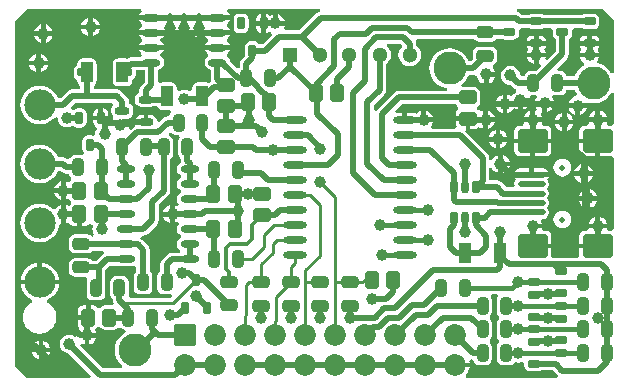
<source format=gtl>
%FSLAX44Y44*%
%MOMM*%
G71*
G01*
G75*
G04 Layer_Physical_Order=1*
G04 Layer_Color=191*
G04:AMPARAMS|DCode=10|XSize=1.05mm|YSize=0.65mm|CornerRadius=0.2015mm|HoleSize=0mm|Usage=FLASHONLY|Rotation=180.000|XOffset=0mm|YOffset=0mm|HoleType=Round|Shape=RoundedRectangle|*
%AMROUNDEDRECTD10*
21,1,1.0500,0.2470,0,0,180.0*
21,1,0.6470,0.6500,0,0,180.0*
1,1,0.4030,-0.3235,0.1235*
1,1,0.4030,0.3235,0.1235*
1,1,0.4030,0.3235,-0.1235*
1,1,0.4030,-0.3235,-0.1235*
%
%ADD10ROUNDEDRECTD10*%
G04:AMPARAMS|DCode=11|XSize=1.45mm|YSize=0.95mm|CornerRadius=0.1995mm|HoleSize=0mm|Usage=FLASHONLY|Rotation=90.000|XOffset=0mm|YOffset=0mm|HoleType=Round|Shape=RoundedRectangle|*
%AMROUNDEDRECTD11*
21,1,1.4500,0.5510,0,0,90.0*
21,1,1.0510,0.9500,0,0,90.0*
1,1,0.3990,0.2755,0.5255*
1,1,0.3990,0.2755,-0.5255*
1,1,0.3990,-0.2755,-0.5255*
1,1,0.3990,-0.2755,0.5255*
%
%ADD11ROUNDEDRECTD11*%
G04:AMPARAMS|DCode=12|XSize=1.45mm|YSize=1.15mm|CornerRadius=0.2013mm|HoleSize=0mm|Usage=FLASHONLY|Rotation=270.000|XOffset=0mm|YOffset=0mm|HoleType=Round|Shape=RoundedRectangle|*
%AMROUNDEDRECTD12*
21,1,1.4500,0.7475,0,0,270.0*
21,1,1.0475,1.1500,0,0,270.0*
1,1,0.4025,-0.3738,-0.5238*
1,1,0.4025,-0.3738,0.5238*
1,1,0.4025,0.3738,0.5238*
1,1,0.4025,0.3738,-0.5238*
%
%ADD12ROUNDEDRECTD12*%
G04:AMPARAMS|DCode=13|XSize=1.45mm|YSize=0.95mm|CornerRadius=0.1995mm|HoleSize=0mm|Usage=FLASHONLY|Rotation=0.000|XOffset=0mm|YOffset=0mm|HoleType=Round|Shape=RoundedRectangle|*
%AMROUNDEDRECTD13*
21,1,1.4500,0.5510,0,0,0.0*
21,1,1.0510,0.9500,0,0,0.0*
1,1,0.3990,0.5255,-0.2755*
1,1,0.3990,-0.5255,-0.2755*
1,1,0.3990,-0.5255,0.2755*
1,1,0.3990,0.5255,0.2755*
%
%ADD13ROUNDEDRECTD13*%
G04:AMPARAMS|DCode=14|XSize=1.1mm|YSize=0.7mm|CornerRadius=0.2345mm|HoleSize=0mm|Usage=FLASHONLY|Rotation=270.000|XOffset=0mm|YOffset=0mm|HoleType=Round|Shape=RoundedRectangle|*
%AMROUNDEDRECTD14*
21,1,1.1000,0.2310,0,0,270.0*
21,1,0.6310,0.7000,0,0,270.0*
1,1,0.4690,-0.1155,-0.3155*
1,1,0.4690,-0.1155,0.3155*
1,1,0.4690,0.1155,0.3155*
1,1,0.4690,0.1155,-0.3155*
%
%ADD14ROUNDEDRECTD14*%
G04:AMPARAMS|DCode=15|XSize=1.1mm|YSize=0.6mm|CornerRadius=0.201mm|HoleSize=0mm|Usage=FLASHONLY|Rotation=270.000|XOffset=0mm|YOffset=0mm|HoleType=Round|Shape=RoundedRectangle|*
%AMROUNDEDRECTD15*
21,1,1.1000,0.1980,0,0,270.0*
21,1,0.6980,0.6000,0,0,270.0*
1,1,0.4020,-0.0990,-0.3490*
1,1,0.4020,-0.0990,0.3490*
1,1,0.4020,0.0990,0.3490*
1,1,0.4020,0.0990,-0.3490*
%
%ADD15ROUNDEDRECTD15*%
G04:AMPARAMS|DCode=16|XSize=2.3mm|YSize=0.5mm|CornerRadius=0.2mm|HoleSize=0mm|Usage=FLASHONLY|Rotation=180.000|XOffset=0mm|YOffset=0mm|HoleType=Round|Shape=RoundedRectangle|*
%AMROUNDEDRECTD16*
21,1,2.3000,0.1000,0,0,180.0*
21,1,1.9000,0.5000,0,0,180.0*
1,1,0.4000,-0.9500,0.0500*
1,1,0.4000,0.9500,0.0500*
1,1,0.4000,0.9500,-0.0500*
1,1,0.4000,-0.9500,-0.0500*
%
%ADD16ROUNDEDRECTD16*%
G04:AMPARAMS|DCode=17|XSize=2.5mm|YSize=2mm|CornerRadius=0.2mm|HoleSize=0mm|Usage=FLASHONLY|Rotation=180.000|XOffset=0mm|YOffset=0mm|HoleType=Round|Shape=RoundedRectangle|*
%AMROUNDEDRECTD17*
21,1,2.5000,1.6000,0,0,180.0*
21,1,2.1000,2.0000,0,0,180.0*
1,1,0.4000,-1.0500,0.8000*
1,1,0.4000,1.0500,0.8000*
1,1,0.4000,1.0500,-0.8000*
1,1,0.4000,-1.0500,-0.8000*
%
%ADD17ROUNDEDRECTD17*%
G04:AMPARAMS|DCode=18|XSize=1.45mm|YSize=1.15mm|CornerRadius=0.2013mm|HoleSize=0mm|Usage=FLASHONLY|Rotation=0.000|XOffset=0mm|YOffset=0mm|HoleType=Round|Shape=RoundedRectangle|*
%AMROUNDEDRECTD18*
21,1,1.4500,0.7475,0,0,0.0*
21,1,1.0475,1.1500,0,0,0.0*
1,1,0.4025,0.5238,-0.3738*
1,1,0.4025,-0.5238,-0.3738*
1,1,0.4025,-0.5238,0.3738*
1,1,0.4025,0.5238,0.3738*
%
%ADD18ROUNDEDRECTD18*%
G04:AMPARAMS|DCode=19|XSize=1.75mm|YSize=1.05mm|CornerRadius=0.1995mm|HoleSize=0mm|Usage=FLASHONLY|Rotation=270.000|XOffset=0mm|YOffset=0mm|HoleType=Round|Shape=RoundedRectangle|*
%AMROUNDEDRECTD19*
21,1,1.7500,0.6510,0,0,270.0*
21,1,1.3510,1.0500,0,0,270.0*
1,1,0.3990,-0.3255,-0.6755*
1,1,0.3990,-0.3255,0.6755*
1,1,0.3990,0.3255,0.6755*
1,1,0.3990,0.3255,-0.6755*
%
%ADD19ROUNDEDRECTD19*%
G04:AMPARAMS|DCode=20|XSize=1.05mm|YSize=0.65mm|CornerRadius=0.2015mm|HoleSize=0mm|Usage=FLASHONLY|Rotation=90.000|XOffset=0mm|YOffset=0mm|HoleType=Round|Shape=RoundedRectangle|*
%AMROUNDEDRECTD20*
21,1,1.0500,0.2470,0,0,90.0*
21,1,0.6470,0.6500,0,0,90.0*
1,1,0.4030,0.1235,0.3235*
1,1,0.4030,0.1235,-0.3235*
1,1,0.4030,-0.1235,-0.3235*
1,1,0.4030,-0.1235,0.3235*
%
%ADD20ROUNDEDRECTD20*%
%ADD21O,1.5500X0.6000*%
G04:AMPARAMS|DCode=22|XSize=1.25mm|YSize=0.6mm|CornerRadius=0.201mm|HoleSize=0mm|Usage=FLASHONLY|Rotation=180.000|XOffset=0mm|YOffset=0mm|HoleType=Round|Shape=RoundedRectangle|*
%AMROUNDEDRECTD22*
21,1,1.2500,0.1980,0,0,180.0*
21,1,0.8480,0.6000,0,0,180.0*
1,1,0.4020,-0.4240,0.0990*
1,1,0.4020,0.4240,0.0990*
1,1,0.4020,0.4240,-0.0990*
1,1,0.4020,-0.4240,-0.0990*
%
%ADD22ROUNDEDRECTD22*%
G04:AMPARAMS|DCode=23|XSize=1mm|YSize=0.75mm|CornerRadius=0.1988mm|HoleSize=0mm|Usage=FLASHONLY|Rotation=180.000|XOffset=0mm|YOffset=0mm|HoleType=Round|Shape=RoundedRectangle|*
%AMROUNDEDRECTD23*
21,1,1.0000,0.3525,0,0,180.0*
21,1,0.6025,0.7500,0,0,180.0*
1,1,0.3975,-0.3013,0.1762*
1,1,0.3975,0.3013,0.1762*
1,1,0.3975,0.3013,-0.1762*
1,1,0.3975,-0.3013,-0.1762*
%
%ADD23ROUNDEDRECTD23*%
%ADD24O,2.0000X0.6000*%
%ADD25C,0.5000*%
%ADD26C,0.2500*%
%ADD27C,0.4000*%
%ADD28C,0.3000*%
%ADD29C,2.8000*%
%ADD30C,0.5000*%
%ADD31C,1.8500*%
G04:AMPARAMS|DCode=32|XSize=1.85mm|YSize=1.85mm|CornerRadius=0.2035mm|HoleSize=0mm|Usage=FLASHONLY|Rotation=0.000|XOffset=0mm|YOffset=0mm|HoleType=Round|Shape=RoundedRectangle|*
%AMROUNDEDRECTD32*
21,1,1.8500,1.4430,0,0,0.0*
21,1,1.4430,1.8500,0,0,0.0*
1,1,0.4070,0.7215,-0.7215*
1,1,0.4070,-0.7215,-0.7215*
1,1,0.4070,-0.7215,0.7215*
1,1,0.4070,0.7215,0.7215*
%
%ADD32ROUNDEDRECTD32*%
%ADD33C,2.6500*%
%ADD34C,1.3000*%
%ADD35R,1.3000X1.3000*%
%ADD36C,1.0000*%
G36*
X459223Y298092D02*
X459152Y297735D01*
Y295265D01*
X459541Y293308D01*
X460649Y291649D01*
X461892Y290819D01*
Y280323D01*
X454524Y272955D01*
X452828Y274087D01*
X453294Y275212D01*
X453306Y275300D01*
X447500D01*
Y269494D01*
X447588Y269506D01*
X448713Y269972D01*
X449846Y268276D01*
X445417Y263848D01*
X440245D01*
X438296Y263460D01*
X436644Y262356D01*
X435540Y260704D01*
X435222Y259108D01*
X433242D01*
X431569Y260000D01*
X431294Y262088D01*
X430488Y264035D01*
X429206Y265706D01*
X427534Y266988D01*
X425588Y267794D01*
X423500Y268069D01*
X421412Y267794D01*
X419465Y266988D01*
X417794Y265706D01*
X416512Y264035D01*
X415706Y262088D01*
X415431Y260000D01*
X415706Y257912D01*
X416512Y255965D01*
X417794Y254294D01*
X419465Y253012D01*
X421412Y252206D01*
X423500Y251931D01*
X423622Y251947D01*
X426035Y249535D01*
X427854Y248319D01*
X428201Y248250D01*
X428405Y246170D01*
X427966Y245988D01*
X426294Y244706D01*
X425012Y243034D01*
X424243Y242829D01*
X422858Y243061D01*
X421088Y243794D01*
X421000Y243806D01*
Y236000D01*
Y228194D01*
X421088Y228206D01*
X423035Y229012D01*
X424706Y230294D01*
X425988Y231966D01*
X426757Y232172D01*
X428142Y231939D01*
X429912Y231206D01*
X430000Y231194D01*
Y239000D01*
X432000D01*
Y241000D01*
X439806D01*
X439794Y241088D01*
X439743Y241213D01*
X439845Y241606D01*
X441104Y243152D01*
X445000D01*
X445998Y241455D01*
X446032Y241213D01*
X445512Y240535D01*
X444706Y238589D01*
X444694Y238500D01*
X460306D01*
X460294Y238589D01*
X459488Y240535D01*
X458828Y241395D01*
X459956Y243210D01*
X460245Y243152D01*
X465755D01*
X467704Y243540D01*
X469356Y244644D01*
X470460Y246296D01*
X470778Y247892D01*
X477936D01*
X478218Y246963D01*
X479555Y244462D01*
X479111Y243043D01*
X478597Y242318D01*
X478412Y242294D01*
X476465Y241488D01*
X474794Y240206D01*
X473512Y238535D01*
X472706Y236588D01*
X472694Y236500D01*
X489836D01*
X490266Y236868D01*
X490667Y236746D01*
X494000Y236418D01*
X497333Y236746D01*
X500537Y237718D01*
X503490Y239297D01*
X506079Y241421D01*
X508203Y244010D01*
X508922Y245353D01*
X510922Y244852D01*
Y218784D01*
X508922Y217415D01*
X508000Y217598D01*
X506234D01*
X504957Y219598D01*
X505294Y220412D01*
X505306Y220500D01*
X489694D01*
X489706Y220412D01*
X490043Y219598D01*
X488766Y217598D01*
X487000D01*
X485049Y217210D01*
X483395Y216105D01*
X482290Y214451D01*
X481902Y212500D01*
Y206500D01*
X497500D01*
Y204500D01*
X499500D01*
Y191402D01*
X508000D01*
X508922Y191585D01*
X510922Y190217D01*
Y129784D01*
X508922Y128415D01*
X508000Y128598D01*
X506343D01*
X505428Y129967D01*
X505336Y130500D01*
X489664D01*
X489572Y129967D01*
X488657Y128598D01*
X487000D01*
X485049Y128210D01*
X483395Y127105D01*
X482290Y125451D01*
X481902Y123500D01*
Y117500D01*
X497500D01*
Y113500D01*
X481902D01*
Y107500D01*
X481971Y107154D01*
X480702Y105608D01*
X459298D01*
X458029Y107154D01*
X458098Y107500D01*
Y113500D01*
X442500D01*
Y117500D01*
X458098D01*
Y123500D01*
X457710Y125451D01*
X456605Y127105D01*
X454951Y128210D01*
X453000Y128598D01*
X451343D01*
X450428Y129967D01*
X450336Y130500D01*
X442500D01*
Y134500D01*
X450306D01*
X450294Y134588D01*
X449488Y136535D01*
X450576Y138402D01*
X451000D01*
X452951Y138790D01*
X454605Y139895D01*
X455710Y141549D01*
X456098Y143500D01*
Y144500D01*
X455710Y146451D01*
X454675Y148000D01*
X455710Y149549D01*
X456098Y151500D01*
Y152500D01*
X455710Y154451D01*
X454675Y156000D01*
X455710Y157549D01*
X456098Y159500D01*
Y160500D01*
X455710Y162451D01*
X454675Y164000D01*
X455710Y165549D01*
X456098Y167500D01*
Y168500D01*
X455710Y170451D01*
X454675Y172000D01*
X455710Y173549D01*
X455800Y174000D01*
X427200D01*
X427290Y173549D01*
X428325Y172000D01*
X427290Y170451D01*
X426902Y168500D01*
Y167500D01*
X426971Y167154D01*
X425702Y165608D01*
X419823D01*
X415965Y169465D01*
X414146Y170681D01*
X412000Y171108D01*
X405608D01*
Y181544D01*
X407608Y181942D01*
X408012Y180965D01*
X409294Y179294D01*
X410965Y178012D01*
X412912Y177206D01*
X413000Y177194D01*
Y185000D01*
Y192806D01*
X412912Y192794D01*
X410965Y191988D01*
X409294Y190706D01*
X408012Y189035D01*
X407608Y188058D01*
X405608Y188456D01*
Y190000D01*
X405181Y192146D01*
X403965Y193965D01*
X385279Y212652D01*
X385500Y213186D01*
Y221500D01*
X377152D01*
Y219762D01*
X377541Y217807D01*
X378041Y217058D01*
X376972Y215058D01*
X356728D01*
X356158Y216025D01*
X355908Y217058D01*
X356988Y218465D01*
X357794Y220412D01*
X357806Y220500D01*
X350000D01*
Y222500D01*
X348000D01*
Y230306D01*
X347911Y230294D01*
X345965Y229488D01*
X344294Y228206D01*
X343766Y227518D01*
X343341Y227802D01*
X341000Y228267D01*
X336000D01*
Y222150D01*
X332000D01*
Y228267D01*
X327000D01*
X326409Y228150D01*
X325424Y229993D01*
X331323Y235892D01*
X377524D01*
X377541Y235807D01*
X378649Y234149D01*
X379381Y233659D01*
Y231341D01*
X378649Y230851D01*
X377541Y229193D01*
X377152Y227237D01*
Y225500D01*
X387500D01*
Y223500D01*
X389500D01*
Y214652D01*
X392738D01*
X394693Y215041D01*
X396351Y216149D01*
X398377Y215580D01*
X398465Y215512D01*
X400412Y214706D01*
X400500Y214694D01*
Y222500D01*
Y230306D01*
X400412Y230294D01*
X399264Y229819D01*
X398405Y229521D01*
X396557Y230544D01*
X396351Y230851D01*
X395619Y231341D01*
Y233659D01*
X396351Y234149D01*
X397459Y235807D01*
X397848Y237763D01*
Y245238D01*
X397459Y247193D01*
X396351Y248851D01*
X394693Y249959D01*
X392738Y250348D01*
X382878D01*
X382071Y252239D01*
X382068Y252271D01*
X384079Y253921D01*
X386203Y256510D01*
X387782Y259463D01*
X388064Y260392D01*
X391500D01*
X392956Y260682D01*
X394777Y259754D01*
X395140Y259412D01*
X395206Y258912D01*
X396012Y256966D01*
X397294Y255294D01*
X398965Y254012D01*
X400911Y253206D01*
X401000Y253194D01*
Y261000D01*
X403000D01*
Y263000D01*
X410806D01*
X410794Y263088D01*
X409988Y265035D01*
X408706Y266706D01*
X408503Y266861D01*
X409002Y269000D01*
X409204Y269040D01*
X410856Y270144D01*
X411960Y271796D01*
X412348Y273745D01*
Y279255D01*
X411960Y281204D01*
X410856Y282856D01*
X409204Y283960D01*
X407255Y284348D01*
X396745D01*
X394796Y283960D01*
X393144Y282856D01*
X392040Y281204D01*
X391652Y279255D01*
Y274083D01*
X389927Y272357D01*
X388575Y272470D01*
X387658Y272769D01*
X386203Y275490D01*
X384079Y278079D01*
X381490Y280203D01*
X378537Y281782D01*
X375333Y282754D01*
X372000Y283082D01*
X368667Y282754D01*
X365463Y281782D01*
X362510Y280203D01*
X359921Y278079D01*
X357797Y275490D01*
X356218Y272537D01*
X355246Y269333D01*
X354918Y266000D01*
X355246Y262667D01*
X356218Y259463D01*
X357797Y256510D01*
X359921Y253921D01*
X362510Y251797D01*
X365463Y250218D01*
X368667Y249246D01*
X370071Y249108D01*
X369973Y247108D01*
X329000D01*
X326854Y246681D01*
X325035Y245465D01*
X311035Y231465D01*
X310108Y230078D01*
X308108Y230513D01*
Y235177D01*
X316715Y243785D01*
X317931Y245604D01*
X318358Y247750D01*
Y269828D01*
X319525Y270725D01*
X321048Y272709D01*
X322006Y275020D01*
X322332Y277500D01*
X322006Y279980D01*
X321048Y282291D01*
X319525Y284275D01*
X318722Y284892D01*
X319401Y286892D01*
X330175D01*
X331552Y285462D01*
X331474Y284275D01*
X329952Y282291D01*
X328994Y279980D01*
X328668Y277500D01*
X328994Y275020D01*
X329952Y272709D01*
X331474Y270725D01*
X333459Y269202D01*
X335770Y268244D01*
X338250Y267918D01*
X340730Y268244D01*
X343041Y269202D01*
X345025Y270725D01*
X346548Y272709D01*
X347505Y275020D01*
X347832Y277500D01*
X347505Y279980D01*
X346548Y282291D01*
X345025Y284275D01*
X343858Y285172D01*
Y286750D01*
X343431Y288896D01*
X344502Y290892D01*
X392644D01*
X393144Y290144D01*
X394796Y289040D01*
X396745Y288652D01*
X407255D01*
X409204Y289040D01*
X410856Y290144D01*
X411356Y290892D01*
X416782D01*
X417308Y290541D01*
X419265Y290152D01*
X425735D01*
X427692Y290541D01*
X429351Y291649D01*
X430459Y293308D01*
X430848Y295265D01*
Y297735D01*
X430775Y298103D01*
X432414Y300092D01*
X439782D01*
X440308Y299741D01*
X442265Y299352D01*
X448735D01*
X450692Y299741D01*
X451217Y300092D01*
X457586D01*
X459223Y298092D01*
D02*
G37*
G36*
X510922Y306831D02*
Y262148D01*
X508922Y261647D01*
X508203Y262990D01*
X506079Y265579D01*
X503490Y267703D01*
X500537Y269282D01*
X497531Y270194D01*
X497463Y270266D01*
X497179Y270811D01*
X496762Y272320D01*
X497488Y273265D01*
X498294Y275212D01*
X498306Y275300D01*
X482694D01*
X482706Y275212D01*
X483512Y273265D01*
X484794Y271594D01*
X485924Y270727D01*
X486009Y268944D01*
X485831Y268410D01*
X484510Y267703D01*
X481921Y265579D01*
X479797Y262990D01*
X478218Y260037D01*
X477936Y259108D01*
X470778D01*
X470460Y260704D01*
X469356Y262356D01*
X467704Y263460D01*
X465755Y263848D01*
X463891D01*
X463126Y265696D01*
X471465Y274035D01*
X472681Y275854D01*
X473108Y278000D01*
Y290819D01*
X474351Y291649D01*
X475459Y293308D01*
X475848Y295265D01*
Y297735D01*
X475777Y298092D01*
X477414Y300092D01*
X484782D01*
X485308Y299741D01*
X487265Y299352D01*
X493735D01*
X495692Y299741D01*
X497351Y300849D01*
X498459Y302508D01*
X498848Y304465D01*
Y306935D01*
X498459Y308892D01*
X497351Y310551D01*
X495692Y311659D01*
X493735Y312048D01*
X487265D01*
X485308Y311659D01*
X484782Y311308D01*
X451217D01*
X450692Y311659D01*
X448735Y312048D01*
X442265D01*
X440308Y311659D01*
X439782Y311308D01*
X433123D01*
X431965Y312465D01*
X430146Y313681D01*
X428835Y313942D01*
X429032Y315942D01*
X501811D01*
X510922Y306831D01*
D02*
G37*
G36*
X76649Y46149D02*
X78307Y45041D01*
X80262Y44652D01*
X87738D01*
X89693Y45041D01*
X91351Y46149D01*
X93622Y46144D01*
X93720Y46093D01*
X95296Y45040D01*
X97245Y44652D01*
X97284D01*
X97785Y42652D01*
X96010Y41703D01*
X93421Y39579D01*
X91297Y36990D01*
X89718Y34037D01*
X88746Y30833D01*
X88418Y27500D01*
X88746Y24167D01*
X89718Y20963D01*
X91297Y18010D01*
X93421Y15421D01*
X94997Y14128D01*
X94281Y12128D01*
X78303D01*
X59254Y31176D01*
X59335Y31742D01*
X59921Y32199D01*
X61504Y32789D01*
X62912Y32206D01*
X63000Y32194D01*
Y40000D01*
X65000D01*
Y42000D01*
X72806D01*
X72794Y42088D01*
X72319Y43236D01*
X72021Y44095D01*
X73044Y45943D01*
X73351Y46149D01*
X73841Y46881D01*
X76159D01*
X76649Y46149D01*
D02*
G37*
G36*
X262415Y313942D02*
X261104Y313681D01*
X259285Y312465D01*
X244927Y298108D01*
X232583D01*
X231488Y299965D01*
X232294Y301912D01*
X232306Y302000D01*
X224500D01*
Y304000D01*
X222500D01*
Y311806D01*
X222412Y311794D01*
X220466Y310988D01*
X220121Y310723D01*
X219351Y310851D01*
X217692Y311959D01*
X216500Y312196D01*
Y304000D01*
Y295804D01*
X217692Y296041D01*
X219190Y297042D01*
X221092Y296430D01*
X221492Y294422D01*
X213677Y286608D01*
X210681D01*
X209851Y287851D01*
X208192Y288959D01*
X206235Y289348D01*
X203765D01*
X201808Y288959D01*
X200149Y287851D01*
X199041Y286192D01*
X198652Y284235D01*
Y277765D01*
X198848Y276779D01*
X196035Y273965D01*
X194819Y272146D01*
X194392Y270000D01*
Y266856D01*
X193644Y266356D01*
X191760Y266171D01*
X186215Y271715D01*
X185902Y273291D01*
X184576Y275276D01*
X183209Y276189D01*
X183154Y276352D01*
Y278248D01*
X183209Y278411D01*
X184576Y279324D01*
X185902Y281309D01*
X185970Y281650D01*
X165030D01*
X165098Y281309D01*
X166424Y279324D01*
X167791Y278411D01*
X167846Y278248D01*
Y276352D01*
X167791Y276189D01*
X166424Y275276D01*
X165098Y273291D01*
X164632Y270950D01*
X165098Y268609D01*
X166424Y266624D01*
X168409Y265298D01*
X169892Y265003D01*
Y257000D01*
X170266Y255122D01*
X168535Y253965D01*
X168199Y253629D01*
X167704Y253960D01*
X165755Y254348D01*
X159245D01*
X157296Y253960D01*
X155644Y252856D01*
X154540Y251204D01*
X154152Y249255D01*
Y247500D01*
X152152Y246514D01*
X151535Y246988D01*
X149588Y247794D01*
X147500Y248069D01*
X145412Y247794D01*
X143465Y246988D01*
X142848Y246514D01*
X140848Y247500D01*
Y249255D01*
X140460Y251204D01*
X139356Y252856D01*
X137704Y253960D01*
X135755Y254348D01*
X129245D01*
X127296Y253960D01*
X127108Y253834D01*
X125108Y254903D01*
Y265003D01*
X126591Y265298D01*
X128576Y266624D01*
X129902Y268609D01*
X130368Y270950D01*
X129902Y273291D01*
X128576Y275276D01*
X127209Y276189D01*
X127154Y276352D01*
Y278248D01*
X127209Y278411D01*
X128576Y279324D01*
X129902Y281309D01*
X129970Y281650D01*
X109030D01*
X109098Y281309D01*
X110424Y279324D01*
X111058Y278901D01*
X111233Y276638D01*
X110155Y275608D01*
X102500D01*
X100354Y275181D01*
X98912Y274217D01*
X98255Y274348D01*
X91745D01*
X89796Y273960D01*
X88144Y272856D01*
X87040Y271204D01*
X86652Y269255D01*
Y255745D01*
X87040Y253796D01*
X88144Y252144D01*
X89796Y251040D01*
X91745Y250652D01*
X98255D01*
X100204Y251040D01*
X101856Y252144D01*
X102960Y253796D01*
X103348Y255745D01*
Y256300D01*
X104608Y257142D01*
X105711Y258792D01*
X106098Y260737D01*
Y264263D01*
X106204Y264392D01*
X113892D01*
Y254323D01*
X111035Y251465D01*
X109819Y249646D01*
X109392Y247500D01*
Y245326D01*
X108805Y245209D01*
X107148Y244102D01*
X106041Y242445D01*
X105652Y240490D01*
Y238510D01*
X106041Y236555D01*
X107148Y234898D01*
X108805Y233791D01*
X110760Y233402D01*
X119240D01*
X121195Y233791D01*
X121347Y233892D01*
X124521D01*
X124540Y233796D01*
X125644Y232144D01*
X127296Y231040D01*
X129245Y230652D01*
X135232D01*
X135974Y229190D01*
X136046Y228710D01*
X135040Y227204D01*
X134722Y225608D01*
X133500D01*
X131354Y225181D01*
X129535Y223965D01*
X126348Y220779D01*
X124621Y221393D01*
X124329Y221588D01*
X123959Y223445D01*
X122852Y225102D01*
X121195Y226209D01*
X119240Y226598D01*
X117000D01*
Y220500D01*
X115000D01*
Y218500D01*
X105853D01*
X106041Y217555D01*
X104531Y216214D01*
X103785Y215715D01*
X102236Y214167D01*
X100541Y215299D01*
X100794Y215912D01*
X100806Y216000D01*
X93000D01*
Y220000D01*
X100806D01*
X100794Y220088D01*
X99988Y222034D01*
X100833Y224219D01*
X101195Y224291D01*
X102852Y225398D01*
X103959Y227055D01*
X104348Y229010D01*
Y230990D01*
X103959Y232945D01*
X102852Y234602D01*
X101195Y235709D01*
X100608Y235826D01*
Y237500D01*
X100181Y239646D01*
X98965Y241465D01*
X93965Y246465D01*
X92146Y247681D01*
X90000Y248108D01*
X70608D01*
Y251310D01*
X71856Y252144D01*
X72960Y253796D01*
X73348Y255745D01*
Y269255D01*
X72960Y271204D01*
X71856Y272856D01*
X70204Y273960D01*
X68255Y274348D01*
X61745D01*
X59796Y273960D01*
X58144Y272856D01*
X57040Y271204D01*
X56652Y269255D01*
Y268701D01*
X55392Y267858D01*
X54289Y266209D01*
X53902Y264263D01*
Y260737D01*
X54289Y258792D01*
X55392Y257142D01*
X56652Y256300D01*
Y255745D01*
X57040Y253796D01*
X58144Y252144D01*
X59392Y251310D01*
Y248108D01*
X52500D01*
X50354Y247681D01*
X48535Y246465D01*
X42677Y240608D01*
X40280D01*
X40086Y241249D01*
X38577Y244072D01*
X36546Y246546D01*
X34072Y248577D01*
X31249Y250086D01*
X28186Y251015D01*
X25000Y251329D01*
X21814Y251015D01*
X18751Y250086D01*
X15928Y248577D01*
X13454Y246546D01*
X11423Y244072D01*
X9914Y241249D01*
X8985Y238186D01*
X8671Y235000D01*
X8985Y231814D01*
X9914Y228751D01*
X11423Y225928D01*
X13454Y223454D01*
X15928Y221423D01*
X18751Y219914D01*
X21814Y218985D01*
X25000Y218671D01*
X28186Y218985D01*
X31249Y219914D01*
X34072Y221423D01*
X36546Y223454D01*
X37295Y224367D01*
X40019Y224589D01*
X40279Y224364D01*
X40231Y224000D01*
X40506Y221912D01*
X41312Y219965D01*
X42594Y218294D01*
X44265Y217012D01*
X46212Y216206D01*
X48300Y215931D01*
X50388Y216206D01*
X52334Y217012D01*
X52679Y217277D01*
X53449Y217149D01*
X55108Y216041D01*
X57065Y215652D01*
X59535D01*
X61492Y216041D01*
X63151Y217149D01*
X64259Y218808D01*
X64648Y220765D01*
Y227235D01*
X64259Y229192D01*
X63151Y230851D01*
X61492Y231959D01*
X59535Y232348D01*
X57065D01*
X55108Y231959D01*
X53786Y231076D01*
X51878Y231697D01*
X51478Y233547D01*
X54823Y236892D01*
X86041D01*
X87240Y235002D01*
X87148Y234602D01*
X86041Y232945D01*
X85652Y230990D01*
Y229010D01*
X86041Y227055D01*
X87148Y225398D01*
X86883Y223170D01*
X86012Y222034D01*
X85206Y220088D01*
X83683Y219522D01*
X82963Y220334D01*
X83048Y220765D01*
Y222000D01*
X70352D01*
Y220765D01*
X70741Y218808D01*
X71849Y217149D01*
X72531Y216694D01*
X73126Y214356D01*
X73071Y214111D01*
X73012Y214035D01*
X72206Y212088D01*
X71996Y210493D01*
X71636Y210070D01*
X70869Y209491D01*
X70033Y209090D01*
X68735Y209348D01*
X66265D01*
X64308Y208959D01*
X62649Y207851D01*
X61541Y206192D01*
X61152Y204235D01*
Y197765D01*
X61541Y195808D01*
X62448Y194451D01*
X61997Y193306D01*
X61456Y192609D01*
X60255Y192848D01*
X54745D01*
X52796Y192460D01*
X51144Y191356D01*
X50446Y190312D01*
X50291Y190171D01*
X48501Y189642D01*
X47984Y189621D01*
X47146Y190181D01*
X45000Y190608D01*
X40280D01*
X40086Y191249D01*
X38577Y194072D01*
X36546Y196546D01*
X34072Y198577D01*
X31249Y200086D01*
X28186Y201015D01*
X25000Y201329D01*
X21814Y201015D01*
X18751Y200086D01*
X15928Y198577D01*
X13454Y196546D01*
X11423Y194072D01*
X9914Y191249D01*
X8985Y188186D01*
X8671Y185000D01*
X8985Y181814D01*
X9914Y178751D01*
X11423Y175928D01*
X13454Y173454D01*
X15928Y171423D01*
X18751Y169914D01*
X21814Y168985D01*
X25000Y168671D01*
X28186Y168985D01*
X31249Y169914D01*
X34072Y171423D01*
X36546Y173454D01*
X38577Y175928D01*
X40086Y178751D01*
X40280Y179392D01*
X42677D01*
X43535Y178535D01*
X45354Y177319D01*
X47500Y176892D01*
X49722D01*
X50040Y175296D01*
X51093Y173720D01*
X51144Y173622D01*
X51149Y171351D01*
X50723Y170714D01*
X49407Y169758D01*
X48042Y169899D01*
X47088Y170294D01*
X47000Y170306D01*
Y162500D01*
Y154694D01*
X47088Y154706D01*
X48042Y155101D01*
X49407Y155241D01*
X50723Y154286D01*
X51149Y153649D01*
Y151351D01*
X50723Y150714D01*
X49407Y149759D01*
X48042Y149899D01*
X47088Y150294D01*
X47000Y150306D01*
Y142500D01*
Y134694D01*
X47088Y134706D01*
X48042Y135101D01*
X49407Y135241D01*
X50723Y134286D01*
X51149Y133649D01*
X52807Y132541D01*
X54763Y132152D01*
X56500D01*
Y142500D01*
X60500D01*
Y132152D01*
X62238D01*
X64193Y132541D01*
X65851Y133649D01*
X66341Y134382D01*
X68659D01*
X69149Y133649D01*
X70091Y133019D01*
X69706Y132088D01*
X69431Y130000D01*
X69706Y127912D01*
X70512Y125965D01*
X70623Y125820D01*
X69842Y123554D01*
X69831Y123551D01*
X68938Y123733D01*
X68856Y123856D01*
X67204Y124960D01*
X65255Y125348D01*
X54745D01*
X52796Y124960D01*
X51144Y123856D01*
X50040Y122204D01*
X49652Y120255D01*
Y114745D01*
X50040Y112796D01*
X51144Y111144D01*
X52796Y110040D01*
X54745Y109652D01*
X65255D01*
X67204Y110040D01*
X68856Y111144D01*
X69089Y111492D01*
X78472D01*
X79641Y109638D01*
X79622Y109492D01*
X77935Y108365D01*
X72677Y103108D01*
X69356D01*
X68856Y103856D01*
X67204Y104960D01*
X65255Y105348D01*
X54745D01*
X52796Y104960D01*
X51144Y103856D01*
X50040Y102204D01*
X49652Y100255D01*
Y94745D01*
X50040Y92796D01*
X51144Y91144D01*
X52796Y90040D01*
X54745Y89652D01*
X64270D01*
X65371Y87700D01*
X65040Y87204D01*
X64652Y85255D01*
Y74745D01*
X65040Y72796D01*
X66144Y71144D01*
X67796Y70040D01*
X69745Y69652D01*
X75255D01*
X77204Y70040D01*
X78856Y71144D01*
X79960Y72796D01*
X80348Y74745D01*
Y76193D01*
X80608Y77500D01*
Y95177D01*
X84223Y98792D01*
X90843D01*
X90909Y98748D01*
X93250Y98283D01*
X102750D01*
X104892Y98709D01*
X105443Y98605D01*
X106892Y97830D01*
Y94356D01*
X106144Y93856D01*
X105040Y92204D01*
X104652Y90255D01*
Y79745D01*
X105040Y77796D01*
X106144Y76144D01*
X107796Y75040D01*
X109745Y74652D01*
X115255D01*
X117204Y75040D01*
X118856Y76144D01*
X119960Y77796D01*
X120348Y79745D01*
Y90255D01*
X119960Y92204D01*
X118856Y93856D01*
X118108Y94356D01*
Y112500D01*
X117681Y114646D01*
X116465Y116465D01*
X111865Y121065D01*
X110178Y122192D01*
X110159Y122338D01*
X111328Y124192D01*
X112300D01*
X114446Y124619D01*
X116265Y125835D01*
X123965Y133535D01*
X125181Y135354D01*
X125608Y137500D01*
Y150177D01*
X133965Y158535D01*
X135181Y160354D01*
X135608Y162500D01*
Y189644D01*
X136356Y190144D01*
X137460Y191796D01*
X137848Y193745D01*
Y204255D01*
X137460Y206204D01*
X136356Y207856D01*
X134880Y208843D01*
X134663Y209105D01*
X134115Y211073D01*
X136144Y211144D01*
X137796Y210040D01*
X139745Y209652D01*
X142732D01*
X143273Y208586D01*
X143507Y207652D01*
X142540Y206204D01*
X142152Y204255D01*
Y193745D01*
X142540Y191796D01*
X143644Y190144D01*
X144392Y189644D01*
Y187500D01*
X144672Y186094D01*
X142924Y184926D01*
X141598Y182941D01*
X141132Y180600D01*
X141598Y178259D01*
X142924Y176274D01*
X144291Y175361D01*
X144346Y175198D01*
Y173302D01*
X144291Y173139D01*
X142924Y172226D01*
X141598Y170241D01*
X141132Y167900D01*
X141598Y165559D01*
X142924Y163574D01*
X144291Y162661D01*
X144346Y162498D01*
Y160602D01*
X144291Y160439D01*
X142924Y159526D01*
X141598Y157541D01*
X141132Y155200D01*
X141598Y152859D01*
X142924Y150874D01*
X141727Y149340D01*
X141535Y149488D01*
X139588Y150294D01*
X139500Y150306D01*
Y142500D01*
Y134694D01*
X139588Y134706D01*
X141535Y135512D01*
X141727Y135660D01*
X142924Y134126D01*
X141598Y132141D01*
X141132Y129800D01*
X141598Y127459D01*
X142924Y125474D01*
X144291Y124561D01*
X144346Y124398D01*
Y122502D01*
X144291Y122339D01*
X142924Y121426D01*
X141598Y119441D01*
X141132Y117100D01*
X141598Y114759D01*
X142924Y112774D01*
X144071Y112008D01*
X143465Y110008D01*
X136900D01*
X134754Y109581D01*
X132935Y108365D01*
X128535Y103965D01*
X127319Y102146D01*
X126892Y100000D01*
Y94356D01*
X126144Y93856D01*
X125040Y92204D01*
X124652Y90255D01*
Y79745D01*
X125040Y77796D01*
X126144Y76144D01*
X127796Y75040D01*
X129745Y74652D01*
X135255D01*
X135861Y74773D01*
X136843Y72940D01*
X135975Y71833D01*
X101539D01*
X100167Y73833D01*
X100348Y74745D01*
Y78194D01*
X100608Y79500D01*
X100348Y80806D01*
Y85255D01*
X99960Y87204D01*
X98856Y88856D01*
X97204Y89960D01*
X95255Y90348D01*
X89745D01*
X87796Y89960D01*
X86144Y88856D01*
X85040Y87204D01*
X84652Y85255D01*
Y74745D01*
X85040Y72796D01*
X86144Y71144D01*
X86892Y70644D01*
Y70000D01*
X87319Y67854D01*
X87657Y67348D01*
X86588Y65348D01*
X80262D01*
X78307Y64959D01*
X76649Y63851D01*
X76159Y63119D01*
X73841D01*
X73351Y63851D01*
X71693Y64959D01*
X69738Y65348D01*
X68000D01*
Y55000D01*
X66000D01*
Y53000D01*
X57152D01*
Y49763D01*
X57541Y47807D01*
X58649Y46149D01*
X58080Y44123D01*
X58012Y44035D01*
X57206Y42088D01*
X56931Y40000D01*
X56969Y39713D01*
X55087Y38680D01*
X54035Y39488D01*
X52088Y40294D01*
X50000Y40569D01*
X47912Y40294D01*
X45965Y39488D01*
X44294Y38206D01*
X43012Y36535D01*
X42206Y34588D01*
X41931Y32500D01*
X42206Y30412D01*
X43012Y28465D01*
X44294Y26794D01*
X45965Y25512D01*
X47912Y24706D01*
X50000Y24431D01*
X50122Y24447D01*
X68623Y5946D01*
X67858Y4098D01*
X14189D01*
X4078Y14209D01*
Y305831D01*
X14189Y315942D01*
X110664D01*
X111271Y313942D01*
X110424Y313376D01*
X109098Y311391D01*
X109030Y311050D01*
X119500D01*
Y307050D01*
X109030D01*
X109098Y306709D01*
X110424Y304724D01*
X111791Y303811D01*
X111846Y303648D01*
Y301752D01*
X111791Y301589D01*
X110424Y300676D01*
X109098Y298691D01*
X109030Y298350D01*
X119500D01*
Y294350D01*
X109030D01*
X109098Y294009D01*
X110424Y292024D01*
X111791Y291111D01*
X111846Y290948D01*
Y289052D01*
X111791Y288889D01*
X110424Y287976D01*
X109098Y285991D01*
X109030Y285650D01*
X129970D01*
X129902Y285991D01*
X128576Y287976D01*
X127209Y288889D01*
X127154Y289052D01*
Y290948D01*
X127209Y291111D01*
X128576Y292024D01*
X129021Y292691D01*
X130965Y293012D01*
X132912Y292206D01*
X133000Y292194D01*
Y300000D01*
X137000D01*
Y292194D01*
X137088Y292206D01*
X139035Y293012D01*
X140706Y294294D01*
X141794D01*
X143465Y293012D01*
X145412Y292206D01*
X145500Y292194D01*
Y300000D01*
X149500D01*
Y292194D01*
X149588Y292206D01*
X151535Y293012D01*
X153206Y294294D01*
X154294D01*
X155965Y293012D01*
X157912Y292206D01*
X158000Y292194D01*
Y300000D01*
X162000D01*
Y292194D01*
X162088Y292206D01*
X164035Y293012D01*
X165979Y292691D01*
X166424Y292024D01*
X167791Y291111D01*
X167846Y290948D01*
Y289052D01*
X167791Y288889D01*
X166424Y287976D01*
X165098Y285991D01*
X165030Y285650D01*
X185970D01*
X185902Y285991D01*
X184576Y287976D01*
X183209Y288889D01*
X183154Y289052D01*
Y290948D01*
X183209Y291111D01*
X184576Y292024D01*
X185902Y294009D01*
X185970Y294350D01*
X175500D01*
Y298350D01*
X185970D01*
X185902Y298691D01*
X184576Y300676D01*
X183209Y301589D01*
X183154Y301752D01*
Y303648D01*
X183209Y303811D01*
X184576Y304724D01*
X185902Y306709D01*
X185970Y307050D01*
X175500D01*
Y311050D01*
X185970D01*
X185902Y311391D01*
X184576Y313376D01*
X183729Y313942D01*
X184336Y315942D01*
X262218D01*
X262415Y313942D01*
D02*
G37*
G36*
X413006Y72902D02*
X412540Y72204D01*
X412152Y70255D01*
Y59745D01*
X412540Y57796D01*
X413644Y56144D01*
Y53856D01*
X412540Y52204D01*
X412152Y50255D01*
Y39745D01*
X412540Y37796D01*
X413644Y36144D01*
Y33856D01*
X412540Y32204D01*
X412152Y30255D01*
Y19745D01*
X412540Y17796D01*
X413644Y16144D01*
X415296Y15040D01*
X417245Y14652D01*
X422755D01*
X424704Y15040D01*
X426356Y16144D01*
X427249Y17480D01*
X427912Y17206D01*
X430000Y16931D01*
X432088Y17206D01*
X433242Y17684D01*
X433862Y17473D01*
X434984Y16640D01*
X435152Y16398D01*
Y14565D01*
X435541Y12608D01*
X436649Y10949D01*
X438308Y9841D01*
X440265Y9452D01*
X446735D01*
X448692Y9841D01*
X449217Y10192D01*
X459377D01*
X463471Y6098D01*
X463459Y5825D01*
X462833Y4098D01*
X386261D01*
X385586Y5929D01*
X385564Y6098D01*
X387500Y8622D01*
X388735Y11602D01*
X388892Y12800D01*
X376800D01*
Y16800D01*
X388892D01*
X388735Y17998D01*
X388641Y18224D01*
X389270Y19051D01*
X390171Y19756D01*
X392000Y19392D01*
X392222D01*
X392540Y17796D01*
X393644Y16144D01*
X395296Y15040D01*
X397245Y14652D01*
X402755D01*
X404704Y15040D01*
X406356Y16144D01*
X407460Y17796D01*
X407848Y19745D01*
Y30255D01*
X407460Y32204D01*
X406356Y33856D01*
Y36144D01*
X407460Y37796D01*
X407848Y39745D01*
Y50255D01*
X407460Y52204D01*
X406356Y53856D01*
Y56144D01*
X407460Y57796D01*
X407848Y59745D01*
Y70255D01*
X407460Y72204D01*
X406994Y72902D01*
X408063Y74902D01*
X411937D01*
X413006Y72902D01*
D02*
G37*
%LPC*%
G36*
X439500Y181598D02*
X432000D01*
X430049Y181210D01*
X428395Y180105D01*
X427290Y178451D01*
X427200Y178000D01*
X439500D01*
Y181598D01*
D02*
G37*
G36*
X487500Y184806D02*
Y179000D01*
X493306D01*
X493294Y179088D01*
X492488Y181035D01*
X491206Y182706D01*
X489534Y183988D01*
X487588Y184794D01*
X487500Y184806D01*
D02*
G37*
G36*
X451000Y181598D02*
X443500D01*
Y178000D01*
X455800D01*
X455710Y178451D01*
X454605Y180105D01*
X452951Y181210D01*
X451000Y181598D01*
D02*
G37*
G36*
X483500Y184806D02*
X483412Y184794D01*
X481465Y183988D01*
X479794Y182706D01*
X478512Y181035D01*
X477706Y179088D01*
X477694Y179000D01*
X483500D01*
Y184806D01*
D02*
G37*
G36*
Y175000D02*
X477694D01*
X477706Y174912D01*
X478512Y172966D01*
X479794Y171294D01*
X481465Y170012D01*
X483412Y169206D01*
X483500Y169194D01*
Y175000D01*
D02*
G37*
G36*
X43000Y170306D02*
X42912Y170294D01*
X40965Y169488D01*
X39294Y168206D01*
X38012Y166535D01*
X37206Y164588D01*
X37194Y164500D01*
X43000D01*
Y170306D01*
D02*
G37*
G36*
X493306Y175000D02*
X487500D01*
Y169194D01*
X487588Y169206D01*
X489534Y170012D01*
X491206Y171294D01*
X492488Y172966D01*
X493294Y174912D01*
X493306Y175000D01*
D02*
G37*
G36*
X422806Y183000D02*
X417000D01*
Y177194D01*
X417088Y177206D01*
X419035Y178012D01*
X420706Y179294D01*
X421988Y180965D01*
X422794Y182912D01*
X422806Y183000D01*
D02*
G37*
G36*
X467500Y189565D02*
X465542Y189307D01*
X463718Y188551D01*
X462151Y187349D01*
X460949Y185782D01*
X460193Y183958D01*
X459935Y182000D01*
X460193Y180042D01*
X460949Y178218D01*
X462151Y176651D01*
X463718Y175449D01*
X465542Y174693D01*
X467500Y174435D01*
X469458Y174693D01*
X471282Y175449D01*
X472849Y176651D01*
X474051Y178218D01*
X474807Y180042D01*
X475065Y182000D01*
X474807Y183958D01*
X474051Y185782D01*
X472849Y187349D01*
X471282Y188551D01*
X469458Y189307D01*
X467500Y189565D01*
D02*
G37*
G36*
X417000Y192806D02*
Y187000D01*
X422806D01*
X422794Y187088D01*
X421988Y189035D01*
X420706Y190706D01*
X419035Y191988D01*
X417088Y192794D01*
X417000Y192806D01*
D02*
G37*
G36*
X411000Y213806D02*
X410912Y213794D01*
X408965Y212988D01*
X407294Y211706D01*
X406012Y210035D01*
X405206Y208088D01*
X405194Y208000D01*
X411000D01*
Y213806D01*
D02*
G37*
G36*
X450306Y220500D02*
X434694D01*
X434706Y220412D01*
X435043Y219598D01*
X433766Y217598D01*
X432000D01*
X430049Y217210D01*
X428395Y216105D01*
X427290Y214451D01*
X426902Y212500D01*
Y206500D01*
X458098D01*
Y212500D01*
X457710Y214451D01*
X456605Y216105D01*
X454951Y217210D01*
X453000Y217598D01*
X451234D01*
X449957Y219598D01*
X450294Y220412D01*
X450306Y220500D01*
D02*
G37*
G36*
X415000Y213806D02*
Y208000D01*
X420806D01*
X420794Y208088D01*
X419988Y210035D01*
X418706Y211706D01*
X417034Y212988D01*
X415088Y213794D01*
X415000Y213806D01*
D02*
G37*
G36*
X476806Y218500D02*
X471000D01*
Y212694D01*
X471088Y212706D01*
X473035Y213512D01*
X474706Y214794D01*
X475988Y216465D01*
X476794Y218412D01*
X476806Y218500D01*
D02*
G37*
G36*
X467000D02*
X461194D01*
X461206Y218412D01*
X462012Y216465D01*
X463294Y214794D01*
X464966Y213512D01*
X466912Y212706D01*
X467000Y212694D01*
Y218500D01*
D02*
G37*
G36*
X458098Y202500D02*
X444500D01*
Y191402D01*
X453000D01*
X454951Y191790D01*
X456605Y192895D01*
X457710Y194549D01*
X458098Y196500D01*
Y202500D01*
D02*
G37*
G36*
X440500D02*
X426902D01*
Y196500D01*
X427290Y194549D01*
X428395Y192895D01*
X430049Y191790D01*
X432000Y191402D01*
X440500D01*
Y202500D01*
D02*
G37*
G36*
X495500D02*
X481902D01*
Y196500D01*
X482290Y194549D01*
X483395Y192895D01*
X485049Y191790D01*
X487000Y191402D01*
X495500D01*
Y202500D01*
D02*
G37*
G36*
X420806Y204000D02*
X415000D01*
Y198194D01*
X415088Y198206D01*
X417034Y199012D01*
X418706Y200294D01*
X419988Y201966D01*
X420794Y203912D01*
X420806Y204000D01*
D02*
G37*
G36*
X411000D02*
X405194D01*
X405206Y203912D01*
X406012Y201966D01*
X407294Y200294D01*
X408965Y199012D01*
X410912Y198206D01*
X411000Y198194D01*
Y204000D01*
D02*
G37*
G36*
X64000Y65348D02*
X62263D01*
X60307Y64959D01*
X58649Y63851D01*
X57541Y62193D01*
X57152Y60237D01*
Y57000D01*
X64000D01*
Y65348D01*
D02*
G37*
G36*
X41132Y83000D02*
X8868D01*
X8985Y81814D01*
X9914Y78751D01*
X11423Y75928D01*
X13454Y73454D01*
X15928Y71423D01*
X18519Y70039D01*
X18682Y69227D01*
X18548Y67886D01*
X18182Y67734D01*
X17849Y67512D01*
X17491Y67335D01*
X15193Y65572D01*
X14929Y65271D01*
X14628Y65007D01*
X12865Y62709D01*
X12688Y62351D01*
X12466Y62018D01*
X11357Y59342D01*
X11279Y58950D01*
X11150Y58571D01*
X10773Y55699D01*
X10799Y55300D01*
X10773Y54901D01*
X11150Y52029D01*
X11279Y51650D01*
X11357Y51258D01*
X12466Y48582D01*
X12688Y48249D01*
X12865Y47891D01*
X14628Y45593D01*
X14929Y45329D01*
X15193Y45028D01*
X17491Y43265D01*
X17849Y43088D01*
X18182Y42866D01*
X20858Y41757D01*
X21250Y41679D01*
X21629Y41550D01*
X24501Y41172D01*
X24900Y41199D01*
X25299Y41172D01*
X28171Y41550D01*
X28550Y41679D01*
X28942Y41757D01*
X31618Y42866D01*
X31951Y43088D01*
X32310Y43265D01*
X34607Y45028D01*
X34871Y45329D01*
X35172Y45593D01*
X36935Y47891D01*
X37112Y48249D01*
X37334Y48582D01*
X38443Y51258D01*
X38521Y51650D01*
X38649Y52029D01*
X39028Y54901D01*
X39001Y55300D01*
X39028Y55699D01*
X38649Y58571D01*
X38521Y58950D01*
X38443Y59342D01*
X37334Y62018D01*
X37112Y62351D01*
X36935Y62709D01*
X35172Y65007D01*
X34871Y65271D01*
X34607Y65572D01*
X32310Y67335D01*
X31951Y67512D01*
X31618Y67734D01*
X31337Y67851D01*
X31268Y69471D01*
X31394Y69992D01*
X34072Y71423D01*
X36546Y73454D01*
X38577Y75928D01*
X40086Y78751D01*
X41015Y81814D01*
X41132Y83000D01*
D02*
G37*
G36*
X23000Y101132D02*
X21814Y101015D01*
X18751Y100086D01*
X15928Y98577D01*
X13454Y96546D01*
X11423Y94072D01*
X9914Y91249D01*
X8985Y88186D01*
X8868Y87000D01*
X23000D01*
Y101132D01*
D02*
G37*
G36*
X25000Y151329D02*
X21814Y151015D01*
X18751Y150086D01*
X15928Y148577D01*
X13454Y146546D01*
X11423Y144072D01*
X9914Y141249D01*
X8985Y138186D01*
X8671Y135000D01*
X8985Y131814D01*
X9914Y128751D01*
X11423Y125928D01*
X13454Y123454D01*
X15928Y121423D01*
X18751Y119914D01*
X21814Y118985D01*
X25000Y118671D01*
X28186Y118985D01*
X31249Y119914D01*
X34072Y121423D01*
X36546Y123454D01*
X38577Y125928D01*
X40086Y128751D01*
X41015Y131814D01*
X41158Y133267D01*
X42476Y134348D01*
X43000Y134542D01*
Y142500D01*
Y150306D01*
X42912Y150294D01*
X40965Y149488D01*
X39294Y148206D01*
X38558Y147247D01*
X37773Y146973D01*
X36490Y146869D01*
X36028Y146971D01*
X34072Y148577D01*
X31249Y150086D01*
X28186Y151015D01*
X25000Y151329D01*
D02*
G37*
G36*
X27000Y101132D02*
Y87000D01*
X41132D01*
X41015Y88186D01*
X40086Y91249D01*
X38577Y94072D01*
X36546Y96546D01*
X34072Y98577D01*
X31249Y100086D01*
X28186Y101015D01*
X27000Y101132D01*
D02*
G37*
G36*
X33806Y25500D02*
X28000D01*
Y19694D01*
X28088Y19706D01*
X30034Y20512D01*
X31706Y21794D01*
X32988Y23465D01*
X33794Y25412D01*
X33806Y25500D01*
D02*
G37*
G36*
X24000D02*
X18194D01*
X18206Y25412D01*
X19012Y23465D01*
X20294Y21794D01*
X21965Y20512D01*
X23912Y19706D01*
X24000Y19694D01*
Y25500D01*
D02*
G37*
G36*
Y35306D02*
X23912Y35294D01*
X21965Y34488D01*
X20294Y33206D01*
X19012Y31535D01*
X18206Y29588D01*
X18194Y29500D01*
X24000D01*
Y35306D01*
D02*
G37*
G36*
X72806Y38000D02*
X67000D01*
Y32194D01*
X67088Y32206D01*
X69035Y33012D01*
X70706Y34294D01*
X71988Y35965D01*
X72794Y37912D01*
X72806Y38000D01*
D02*
G37*
G36*
X28000Y35306D02*
Y29500D01*
X33806D01*
X33794Y29588D01*
X32988Y31535D01*
X31706Y33206D01*
X30034Y34488D01*
X28088Y35294D01*
X28000Y35306D01*
D02*
G37*
G36*
X496806Y154000D02*
X491000D01*
Y148194D01*
X491088Y148206D01*
X493035Y149012D01*
X494706Y150294D01*
X495988Y151966D01*
X496794Y153912D01*
X496806Y154000D01*
D02*
G37*
G36*
X487000D02*
X481194D01*
X481206Y153912D01*
X482012Y151966D01*
X483294Y150294D01*
X484966Y149012D01*
X486912Y148206D01*
X487000Y148194D01*
Y154000D01*
D02*
G37*
G36*
X43000Y160500D02*
X37194D01*
X37206Y160412D01*
X38012Y158465D01*
X39294Y156794D01*
X40965Y155512D01*
X42912Y154706D01*
X43000Y154694D01*
Y160500D01*
D02*
G37*
G36*
X491000Y163806D02*
Y158000D01*
X496806D01*
X496794Y158088D01*
X495988Y160035D01*
X494706Y161706D01*
X493035Y162988D01*
X491088Y163794D01*
X491000Y163806D01*
D02*
G37*
G36*
X487000D02*
X486912Y163794D01*
X484966Y162988D01*
X483294Y161706D01*
X482012Y160035D01*
X481206Y158088D01*
X481194Y158000D01*
X487000D01*
Y163806D01*
D02*
G37*
G36*
X495500Y140306D02*
X495412Y140294D01*
X493465Y139488D01*
X491794Y138206D01*
X490512Y136535D01*
X489706Y134588D01*
X489694Y134500D01*
X495500D01*
Y140306D01*
D02*
G37*
G36*
X467500Y145565D02*
X465542Y145307D01*
X463718Y144551D01*
X462151Y143349D01*
X460949Y141782D01*
X460193Y139958D01*
X459935Y138000D01*
X460193Y136042D01*
X460949Y134218D01*
X462151Y132651D01*
X463718Y131449D01*
X465542Y130693D01*
X467500Y130435D01*
X469458Y130693D01*
X471282Y131449D01*
X472849Y132651D01*
X474051Y134218D01*
X474807Y136042D01*
X475065Y138000D01*
X474807Y139958D01*
X474051Y141782D01*
X472849Y143349D01*
X471282Y144551D01*
X469458Y145307D01*
X467500Y145565D01*
D02*
G37*
G36*
X499500Y140306D02*
Y134500D01*
X505306D01*
X505294Y134588D01*
X504488Y136535D01*
X503206Y138206D01*
X501535Y139488D01*
X499588Y140294D01*
X499500Y140306D01*
D02*
G37*
G36*
X135500Y150306D02*
X135412Y150294D01*
X133465Y149488D01*
X131794Y148206D01*
X130512Y146535D01*
X129706Y144588D01*
X129694Y144500D01*
X135500D01*
Y150306D01*
D02*
G37*
G36*
Y140500D02*
X129694D01*
X129706Y140412D01*
X130512Y138465D01*
X131794Y136794D01*
X133465Y135512D01*
X135412Y134706D01*
X135500Y134694D01*
Y140500D01*
D02*
G37*
G36*
X35806Y293500D02*
X30000D01*
Y287694D01*
X30088Y287706D01*
X32034Y288512D01*
X33706Y289794D01*
X34988Y291465D01*
X35794Y293412D01*
X35806Y293500D01*
D02*
G37*
G36*
X26000D02*
X20194D01*
X20206Y293412D01*
X21012Y291465D01*
X22294Y289794D01*
X23965Y288512D01*
X25912Y287706D01*
X26000Y287694D01*
Y293500D01*
D02*
G37*
G36*
X443500Y293648D02*
X442265D01*
X440308Y293259D01*
X438649Y292151D01*
X437541Y290492D01*
X437304Y289300D01*
X443500D01*
Y293648D01*
D02*
G37*
G36*
X488500D02*
X487265D01*
X485308Y293259D01*
X483649Y292151D01*
X482541Y290492D01*
X482304Y289300D01*
X488500D01*
Y293648D01*
D02*
G37*
G36*
X448735D02*
X447500D01*
Y289300D01*
X453696D01*
X453459Y290492D01*
X452351Y292151D01*
X450692Y293259D01*
X448735Y293648D01*
D02*
G37*
G36*
X22000Y278306D02*
X21912Y278294D01*
X19965Y277488D01*
X18294Y276206D01*
X17012Y274534D01*
X16206Y272588D01*
X16194Y272500D01*
X22000D01*
Y278306D01*
D02*
G37*
G36*
X443500Y275300D02*
X437694D01*
X437706Y275212D01*
X438512Y273265D01*
X439794Y271594D01*
X441465Y270312D01*
X443412Y269506D01*
X443500Y269494D01*
Y275300D01*
D02*
G37*
G36*
X26000Y278306D02*
Y272500D01*
X31806D01*
X31794Y272588D01*
X30988Y274534D01*
X29706Y276206D01*
X28035Y277488D01*
X26088Y278294D01*
X26000Y278306D01*
D02*
G37*
G36*
X498696Y285300D02*
X482304D01*
X482541Y284108D01*
X483649Y282449D01*
X483777Y281679D01*
X483512Y281334D01*
X482706Y279388D01*
X482694Y279300D01*
X498306D01*
X498294Y279388D01*
X497488Y281334D01*
X497224Y281679D01*
X497351Y282449D01*
X498459Y284108D01*
X498696Y285300D01*
D02*
G37*
G36*
X453696D02*
X437304D01*
X437541Y284108D01*
X438649Y282449D01*
X438777Y281679D01*
X438512Y281334D01*
X437706Y279388D01*
X437694Y279300D01*
X453306D01*
X453294Y279388D01*
X452488Y281334D01*
X452224Y281679D01*
X452351Y282449D01*
X453459Y284108D01*
X453696Y285300D01*
D02*
G37*
G36*
X493735Y293648D02*
X492500D01*
Y289300D01*
X498696D01*
X498459Y290492D01*
X497351Y292151D01*
X495692Y293259D01*
X493735Y293648D01*
D02*
G37*
G36*
X66000Y308806D02*
X65912Y308794D01*
X63966Y307988D01*
X62294Y306706D01*
X61012Y305035D01*
X60206Y303088D01*
X60194Y303000D01*
X66000D01*
Y308806D01*
D02*
G37*
G36*
X30000Y303306D02*
Y297500D01*
X35806D01*
X35794Y297588D01*
X34988Y299534D01*
X33706Y301206D01*
X32034Y302488D01*
X30088Y303294D01*
X30000Y303306D01*
D02*
G37*
G36*
X70000Y308806D02*
Y303000D01*
X75806D01*
X75794Y303088D01*
X74988Y305035D01*
X73706Y306706D01*
X72035Y307988D01*
X70088Y308794D01*
X70000Y308806D01*
D02*
G37*
G36*
X226500Y311806D02*
Y306000D01*
X232306D01*
X232294Y306088D01*
X231488Y308034D01*
X230206Y309706D01*
X228535Y310988D01*
X226588Y311794D01*
X226500Y311806D01*
D02*
G37*
G36*
X212500Y312196D02*
X211308Y311959D01*
X209649Y310851D01*
X208541Y309192D01*
X208152Y307235D01*
Y306000D01*
X212500D01*
Y312196D01*
D02*
G37*
G36*
X75806Y299000D02*
X70000D01*
Y293194D01*
X70088Y293206D01*
X72035Y294012D01*
X73706Y295294D01*
X74988Y296966D01*
X75794Y298912D01*
X75806Y299000D01*
D02*
G37*
G36*
X66000D02*
X60194D01*
X60206Y298912D01*
X61012Y296966D01*
X62294Y295294D01*
X63966Y294012D01*
X65912Y293206D01*
X66000Y293194D01*
Y299000D01*
D02*
G37*
G36*
X196735Y312348D02*
X194265D01*
X192308Y311959D01*
X190649Y310851D01*
X189541Y309192D01*
X189152Y307235D01*
Y300765D01*
X189541Y298808D01*
X190649Y297149D01*
X192308Y296041D01*
X194265Y295652D01*
X196735D01*
X198692Y296041D01*
X200351Y297149D01*
X201459Y298808D01*
X201848Y300765D01*
Y307235D01*
X201459Y309192D01*
X200351Y310851D01*
X198692Y311959D01*
X196735Y312348D01*
D02*
G37*
G36*
X26000Y303306D02*
X25912Y303294D01*
X23965Y302488D01*
X22294Y301206D01*
X21012Y299534D01*
X20206Y297588D01*
X20194Y297500D01*
X26000D01*
Y303306D01*
D02*
G37*
G36*
X212500Y302000D02*
X208152D01*
Y300765D01*
X208541Y298808D01*
X209649Y297149D01*
X211308Y296041D01*
X212500Y295804D01*
Y302000D01*
D02*
G37*
G36*
X499500Y230306D02*
Y224500D01*
X505306D01*
X505294Y224588D01*
X504488Y226535D01*
X503206Y228206D01*
X501535Y229488D01*
X499588Y230294D01*
X499500Y230306D01*
D02*
G37*
G36*
X495500D02*
X495412Y230294D01*
X493465Y229488D01*
X491794Y228206D01*
X490512Y226535D01*
X489706Y224588D01*
X489694Y224500D01*
X495500D01*
Y230306D01*
D02*
G37*
G36*
X352000Y230306D02*
Y224500D01*
X357806D01*
X357794Y224588D01*
X356988Y226535D01*
X355706Y228206D01*
X354035Y229488D01*
X352088Y230294D01*
X352000Y230306D01*
D02*
G37*
G36*
X74700Y232196D02*
X73508Y231959D01*
X71849Y230851D01*
X70741Y229192D01*
X70352Y227235D01*
Y226000D01*
X74700D01*
Y232196D01*
D02*
G37*
G36*
X404500Y230306D02*
Y224500D01*
X410306D01*
X410294Y224588D01*
X409488Y226535D01*
X408206Y228206D01*
X406535Y229488D01*
X404588Y230294D01*
X404500Y230306D01*
D02*
G37*
G36*
X467000Y228306D02*
X466912Y228294D01*
X464966Y227488D01*
X463294Y226206D01*
X462012Y224534D01*
X461206Y222588D01*
X461194Y222500D01*
X467000D01*
Y228306D01*
D02*
G37*
G36*
X410306Y220500D02*
X404500D01*
Y214694D01*
X404588Y214706D01*
X406535Y215512D01*
X408206Y216794D01*
X409488Y218465D01*
X410294Y220412D01*
X410306Y220500D01*
D02*
G37*
G36*
X471000Y228306D02*
Y222500D01*
X476806D01*
X476794Y222588D01*
X475988Y224534D01*
X474706Y226206D01*
X473035Y227488D01*
X471088Y228294D01*
X471000Y228306D01*
D02*
G37*
G36*
X440500Y230306D02*
X440412Y230294D01*
X438465Y229488D01*
X436794Y228206D01*
X435512Y226535D01*
X434706Y224588D01*
X434694Y224500D01*
X440500D01*
Y230306D01*
D02*
G37*
G36*
X113000Y226598D02*
X110760D01*
X108805Y226209D01*
X107148Y225102D01*
X106041Y223445D01*
X105853Y222500D01*
X113000D01*
Y226598D01*
D02*
G37*
G36*
X78700Y232196D02*
Y226000D01*
X83048D01*
Y227235D01*
X82659Y229192D01*
X81551Y230851D01*
X79892Y231959D01*
X78700Y232196D01*
D02*
G37*
G36*
X417000Y243806D02*
X416912Y243794D01*
X414965Y242988D01*
X413294Y241706D01*
X412012Y240035D01*
X411206Y238088D01*
X411194Y238000D01*
X417000D01*
Y243806D01*
D02*
G37*
G36*
X439806Y237000D02*
X434000D01*
Y231194D01*
X434088Y231206D01*
X436035Y232012D01*
X437706Y233294D01*
X438988Y234965D01*
X439794Y236912D01*
X439806Y237000D01*
D02*
G37*
G36*
X410806Y259000D02*
X405000D01*
Y253194D01*
X405088Y253206D01*
X407034Y254012D01*
X408706Y255294D01*
X409988Y256966D01*
X410794Y258912D01*
X410806Y259000D01*
D02*
G37*
G36*
X31806Y268500D02*
X26000D01*
Y262694D01*
X26088Y262706D01*
X28035Y263512D01*
X29706Y264794D01*
X30988Y266465D01*
X31794Y268412D01*
X31806Y268500D01*
D02*
G37*
G36*
X22000D02*
X16194D01*
X16206Y268412D01*
X17012Y266465D01*
X18294Y264794D01*
X19965Y263512D01*
X21912Y262706D01*
X22000Y262694D01*
Y268500D01*
D02*
G37*
G36*
X488306Y232500D02*
X482500D01*
Y226694D01*
X482588Y226706D01*
X484534Y227512D01*
X486206Y228794D01*
X487488Y230466D01*
X488294Y232412D01*
X488306Y232500D01*
D02*
G37*
G36*
X478500D02*
X472694D01*
X472706Y232412D01*
X473512Y230466D01*
X474794Y228794D01*
X476465Y227512D01*
X478412Y226706D01*
X478500Y226694D01*
Y232500D01*
D02*
G37*
G36*
X417000Y234000D02*
X411194D01*
X411206Y233912D01*
X412012Y231966D01*
X413294Y230294D01*
X414965Y229012D01*
X416912Y228206D01*
X417000Y228194D01*
Y234000D01*
D02*
G37*
G36*
X450500Y234500D02*
X444694D01*
X444706Y234412D01*
X445512Y232465D01*
X445950Y231895D01*
X444689Y230252D01*
X444588Y230294D01*
X444500Y230306D01*
Y224500D01*
X450306D01*
X450294Y224588D01*
X449488Y226535D01*
X449050Y227105D01*
X450311Y228748D01*
X450411Y228706D01*
X450500Y228694D01*
Y234500D01*
D02*
G37*
G36*
X460306D02*
X454500D01*
Y228694D01*
X454588Y228706D01*
X456535Y229512D01*
X458206Y230794D01*
X459488Y232465D01*
X460294Y234412D01*
X460306Y234500D01*
D02*
G37*
%LPD*%
D10*
X467500Y296500D02*
D03*
X490500Y305700D02*
D03*
Y287300D02*
D03*
X422500Y296500D02*
D03*
X445500Y305700D02*
D03*
Y287300D02*
D03*
X443500Y74200D02*
D03*
Y55800D02*
D03*
X466500Y65000D02*
D03*
X443500Y34200D02*
D03*
Y15800D02*
D03*
X466500Y25000D02*
D03*
Y75800D02*
D03*
Y94200D02*
D03*
X443500Y85000D02*
D03*
X466500Y35800D02*
D03*
Y54200D02*
D03*
X443500Y45000D02*
D03*
D11*
X443000Y253500D02*
D03*
X463000D02*
D03*
X505000Y85000D02*
D03*
X485000D02*
D03*
X505000Y65000D02*
D03*
X485000D02*
D03*
X505000Y45000D02*
D03*
X485000D02*
D03*
X505000Y25000D02*
D03*
X485000D02*
D03*
X100000Y55000D02*
D03*
X120000D02*
D03*
X72500Y80000D02*
D03*
X92500D02*
D03*
X132500Y85000D02*
D03*
X112500D02*
D03*
X95000Y199000D02*
D03*
X115000D02*
D03*
X192500Y180000D02*
D03*
X172500D02*
D03*
X192500Y105000D02*
D03*
X172500D02*
D03*
X57500Y182500D02*
D03*
X77500D02*
D03*
X150000Y199000D02*
D03*
X130000D02*
D03*
X200000Y257500D02*
D03*
X220000D02*
D03*
X385000Y80000D02*
D03*
X365000D02*
D03*
X420000Y65000D02*
D03*
X400000D02*
D03*
X420000Y45000D02*
D03*
X400000D02*
D03*
X420000Y25000D02*
D03*
X400000D02*
D03*
X162500Y220000D02*
D03*
X142500D02*
D03*
D12*
X306000Y87000D02*
D03*
X324000D02*
D03*
X84000Y55000D02*
D03*
X66000D02*
D03*
X172000Y160000D02*
D03*
X190000D02*
D03*
X172000Y130000D02*
D03*
X190000D02*
D03*
X76500Y162500D02*
D03*
X58500D02*
D03*
X76500Y142500D02*
D03*
X58500D02*
D03*
X258500Y245000D02*
D03*
X276500D02*
D03*
X219000Y237500D02*
D03*
X201000D02*
D03*
D13*
X402000Y296500D02*
D03*
Y276500D02*
D03*
X212500Y65000D02*
D03*
Y85000D02*
D03*
X60000Y117500D02*
D03*
Y97500D02*
D03*
X237500Y65000D02*
D03*
Y85000D02*
D03*
X262500Y65000D02*
D03*
Y85000D02*
D03*
X287500Y65000D02*
D03*
Y85000D02*
D03*
X185000Y85500D02*
D03*
Y65500D02*
D03*
D14*
X394500Y139500D02*
D03*
X375500D02*
D03*
Y165500D02*
D03*
X394500D02*
D03*
D15*
X385000Y139500D02*
D03*
Y165500D02*
D03*
D16*
X441500Y144000D02*
D03*
Y152000D02*
D03*
Y160000D02*
D03*
Y168000D02*
D03*
Y176000D02*
D03*
D17*
X442500Y204500D02*
D03*
X497500D02*
D03*
Y115500D02*
D03*
X442500D02*
D03*
D18*
X387500Y241500D02*
D03*
Y223500D02*
D03*
X182500Y252000D02*
D03*
Y234000D02*
D03*
Y217000D02*
D03*
Y199000D02*
D03*
X213500Y160000D02*
D03*
Y142000D02*
D03*
D19*
X385000Y110000D02*
D03*
X415000D02*
D03*
X65000Y262500D02*
D03*
X95000D02*
D03*
X132500Y242500D02*
D03*
X162500D02*
D03*
D20*
X148300Y63500D02*
D03*
X166700D02*
D03*
X157500Y86500D02*
D03*
X76700Y224000D02*
D03*
X58300D02*
D03*
X67500Y201000D02*
D03*
X214500Y304000D02*
D03*
X195500D02*
D03*
X205000Y281000D02*
D03*
D21*
X119500Y270950D02*
D03*
Y283650D02*
D03*
Y296350D02*
D03*
Y309050D02*
D03*
X175500D02*
D03*
Y296350D02*
D03*
Y283650D02*
D03*
Y270950D02*
D03*
X98000Y180600D02*
D03*
Y167900D02*
D03*
Y155200D02*
D03*
Y142500D02*
D03*
Y129800D02*
D03*
Y117100D02*
D03*
Y104400D02*
D03*
X152000D02*
D03*
Y117100D02*
D03*
Y129800D02*
D03*
Y142500D02*
D03*
Y155200D02*
D03*
Y167900D02*
D03*
Y180600D02*
D03*
D22*
X95000Y230000D02*
D03*
X115000Y239500D02*
D03*
Y220500D02*
D03*
D23*
X62000Y262500D02*
D03*
X98000D02*
D03*
D24*
X334000Y222150D02*
D03*
Y209450D02*
D03*
Y196750D02*
D03*
Y184050D02*
D03*
Y171350D02*
D03*
Y158650D02*
D03*
Y145950D02*
D03*
Y133250D02*
D03*
Y120550D02*
D03*
Y107850D02*
D03*
X241000D02*
D03*
Y120550D02*
D03*
Y133250D02*
D03*
Y145950D02*
D03*
Y158650D02*
D03*
Y171350D02*
D03*
Y184050D02*
D03*
Y196750D02*
D03*
Y209450D02*
D03*
Y222150D02*
D03*
D25*
X445500Y305700D02*
X490500D01*
X467500Y278000D02*
Y296500D01*
X443000Y253500D02*
X467500Y278000D01*
X430000Y253500D02*
X443000D01*
X423500Y260000D02*
X430000Y253500D01*
X464500D02*
X494000D01*
X463000Y255000D02*
X464500Y253500D01*
X490500Y277300D02*
Y287300D01*
X207750Y196750D02*
X241000D01*
X306000Y70500D02*
X306450Y70950D01*
X318450D01*
X324000Y76500D01*
Y87000D01*
X316577Y62950D02*
X326123D01*
X308627Y55000D02*
X316577Y62950D01*
X319890Y54950D02*
X329436D01*
X311940Y47000D02*
X319890Y54950D01*
X358173Y95000D02*
X412500D01*
X326123Y62950D02*
X358173Y95000D01*
X287500Y55000D02*
X308627D01*
X339986Y65500D02*
X350500D01*
X329436Y54950D02*
X339986Y65500D01*
X307400Y47000D02*
X311940D01*
X300600Y40200D02*
X307400Y47000D01*
X361314Y65000D02*
X400000D01*
X353814Y57500D02*
X361314Y65000D01*
X343300Y57500D02*
X353814D01*
X326000Y40200D02*
X343300Y57500D01*
X350500Y65500D02*
X365000Y80000D01*
X366200Y55000D02*
X390000D01*
X351400Y40200D02*
X366200Y55000D01*
X157250Y86750D02*
X157500Y86500D01*
X151000Y93000D02*
X157250Y86750D01*
X145500Y93000D02*
X151000D01*
X428000Y308500D02*
X430800Y305700D01*
X263250Y308500D02*
X428000D01*
X430800Y305700D02*
X445500D01*
X247250Y292500D02*
X263250Y308500D01*
X301000Y295500D02*
X306000Y300500D01*
X335814D01*
X339814Y296500D01*
X422500D01*
X372000Y266000D02*
X391500D01*
X402000Y276500D01*
X445500Y277300D02*
Y287300D01*
X279000Y295500D02*
X301000D01*
X310000Y292500D02*
X332500D01*
X300000Y282500D02*
X310000Y292500D01*
X300000Y255000D02*
Y282500D01*
X274500Y291000D02*
X279000Y295500D01*
X274500Y287500D02*
Y291000D01*
X274250Y267750D02*
Y287250D01*
X258500Y252000D02*
X274250Y267750D01*
X258500Y245750D02*
Y252000D01*
X276500Y256750D02*
X287250Y267500D01*
X276500Y242500D02*
Y256750D01*
X287250Y267500D02*
Y277500D01*
X258500Y245750D02*
X260000Y244250D01*
X236750Y267500D02*
X258500Y245750D01*
Y245000D02*
Y245750D01*
X274250Y287250D02*
X274500Y287500D01*
X148200Y14800D02*
X173600D01*
X380550Y209450D02*
X400000Y190000D01*
Y171000D02*
Y190000D01*
X394500Y165500D02*
X400000Y171000D01*
X385000Y127500D02*
Y137500D01*
X406500Y144000D02*
X441500D01*
X402000Y139500D02*
X406500Y144000D01*
X394500Y139500D02*
X402000D01*
X172500Y107500D02*
Y126500D01*
X152000Y129800D02*
X169200D01*
X152000Y104400D02*
Y117100D01*
X77500Y163500D02*
Y182500D01*
X76500Y162500D02*
X83800Y155200D01*
X98000D01*
X76500Y142500D02*
X98000D01*
X60000Y117100D02*
X98000D01*
X84000Y55000D02*
X100000D01*
X75000Y77500D02*
Y97500D01*
X81900Y104400D01*
X98000D01*
X375500Y154500D02*
X377500Y152500D01*
X375500Y154500D02*
Y165500D01*
X377500Y152500D02*
X412500D01*
X413000Y152000D01*
X441500D01*
X394500Y165500D02*
X412000D01*
X417500Y160000D01*
X441500D01*
X334000Y196750D02*
X355750D01*
X329000Y241500D02*
X387500D01*
X315000Y227500D02*
X329000Y241500D01*
X315000Y190000D02*
Y227500D01*
Y190000D02*
X320950Y184050D01*
X334000D01*
X316150Y171350D02*
X334000D01*
X302500Y185000D02*
X316150Y171350D01*
X302500Y185000D02*
Y237500D01*
X312750Y247750D01*
Y277500D01*
X308850Y158650D02*
X334000D01*
X290000Y177500D02*
X308850Y158650D01*
X290000Y177500D02*
Y245000D01*
X300000Y255000D01*
X152000Y155200D02*
X171200D01*
X173500Y157500D01*
X172500Y158500D02*
X173500Y157500D01*
X172500Y158500D02*
Y177500D01*
X212500Y55000D02*
Y65000D01*
X237500Y55000D02*
Y65000D01*
X262500Y55000D02*
Y65000D01*
X287500Y55000D02*
Y65000D01*
X175500Y257000D02*
X182500Y250000D01*
X192500Y257500D02*
X200000D01*
X219000Y226000D02*
Y237500D01*
Y226000D02*
X222850Y222150D01*
X241000D01*
X220000Y257500D02*
X226750D01*
X236750Y267500D01*
X252025Y209450D02*
X262500Y198975D01*
Y197500D02*
Y198975D01*
X241000Y209450D02*
X252025D01*
X241000Y184050D02*
X269050D01*
X334000Y209450D02*
X380550D01*
X355750Y196750D02*
X375500Y177000D01*
Y165500D02*
Y177000D01*
X385000Y165500D02*
Y185000D01*
X115000Y239500D02*
X132000D01*
X132500Y240000D01*
X115000Y247500D02*
X119500Y252000D01*
X115000Y239500D02*
Y247500D01*
X95000Y230000D02*
Y237500D01*
X90000Y242500D02*
X95000Y237500D01*
X52500Y242500D02*
X90000D01*
X45000Y235000D02*
X52500Y242500D01*
X25000Y235000D02*
X45000D01*
X65000Y242500D02*
Y262500D01*
X214500Y304000D02*
X224500D01*
X201000Y237500D02*
X202500Y236000D01*
Y222500D02*
Y236000D01*
X150000Y187500D02*
X152000Y185500D01*
X150000Y187500D02*
Y200000D01*
X152000Y167900D02*
Y180600D01*
Y185500D01*
X98000Y167900D02*
Y180600D01*
Y184500D01*
X95000Y187500D02*
X98000Y184500D01*
X218650Y171350D02*
X241000D01*
X212500Y177500D02*
X218650Y171350D01*
X192500Y177500D02*
X212500D01*
X77500Y130000D02*
Y140000D01*
X25000Y185000D02*
X45000D01*
X47500Y182500D01*
X57500D01*
X45000Y162500D02*
X55000D01*
X45000Y142500D02*
X55000D01*
X48300Y224000D02*
X58300D01*
X77500Y222500D02*
X80000Y220000D01*
Y210000D02*
Y220000D01*
X95000Y67500D02*
X100000Y62500D01*
Y55000D02*
Y62500D01*
X98000Y117100D02*
X107900D01*
X112500Y112500D01*
Y82500D02*
Y112500D01*
X132500Y82500D02*
Y100000D01*
X136900Y104400D01*
X152000D01*
X137500Y142500D02*
X147500D01*
X192500Y135000D02*
Y145000D01*
X152000Y142500D02*
X162500D01*
X165000Y145000D01*
X192500D01*
X60000Y97500D02*
X75000D01*
X67500Y201000D02*
X74000D01*
X77500Y197500D01*
Y182500D02*
Y197500D01*
X205000Y275000D02*
Y281000D01*
X200000Y270000D02*
X205000Y275000D01*
X200000Y257500D02*
Y270000D01*
X115000Y200000D02*
X130000D01*
X115000Y200000D02*
X115000Y200000D01*
X65000Y40000D02*
Y52500D01*
X162500Y240000D02*
X162500Y240000D01*
X147500Y240000D02*
X162500D01*
X340000Y222500D02*
X350000D01*
X392500D02*
X402500D01*
X442500Y212500D02*
Y222500D01*
X497500Y212500D02*
Y222500D01*
X442500Y122500D02*
Y132500D01*
X269050Y184050D02*
X277500Y192500D01*
X260000Y227500D02*
Y244250D01*
Y227500D02*
X277500Y210000D01*
Y192500D02*
Y210000D01*
X332500Y292500D02*
X338250Y286750D01*
Y277500D02*
Y286750D01*
X247250Y292500D02*
X262250Y277500D01*
X205000Y281000D02*
X216000D01*
X227500Y292500D01*
X247250D01*
X236750Y267500D02*
Y277500D01*
X236750Y277500D01*
X424000Y176000D02*
X441500D01*
X415000Y185000D02*
X424000Y176000D01*
X102500Y155000D02*
X107500D01*
X117500Y165000D01*
Y180000D01*
X98000Y129800D02*
X112300D01*
X120000Y137500D01*
X200000Y257500D02*
X202500D01*
X219000Y237500D02*
Y241000D01*
X202500Y257500D02*
X209750Y250250D01*
Y249140D02*
Y250250D01*
Y249140D02*
X214140Y244750D01*
X215250D01*
X219000Y241000D01*
X394500Y133000D02*
Y139500D01*
X377500Y110000D02*
X385000D01*
X372500Y115000D02*
X377500Y110000D01*
X372500Y115000D02*
Y130000D01*
X375500Y133000D01*
Y139500D01*
X394500Y133000D02*
X403108Y124392D01*
X385000Y110000D02*
X398108D01*
X403108Y115000D01*
Y124392D01*
X199000Y14800D02*
X224400D01*
X249800D01*
X275200D01*
X300600D01*
X326000D01*
X351400D01*
X376800D01*
X92500Y77000D02*
X95000Y79500D01*
X92500Y70000D02*
Y77000D01*
Y70000D02*
X95000Y67500D01*
X130000Y162500D02*
Y200000D01*
X120000Y137500D02*
Y152500D01*
X130000Y162500D01*
X420000Y65000D02*
X430000D01*
X485000Y45000D02*
X485000Y45000D01*
X376800Y40200D02*
X392000Y25000D01*
X415000Y107500D02*
Y127500D01*
Y107500D02*
X422500Y100000D01*
X497500Y115500D02*
Y132500D01*
X500000Y100000D02*
X505000Y95000D01*
Y85000D02*
Y95000D01*
X390000Y55000D02*
X400000Y45000D01*
X392000Y25000D02*
X400000D01*
X465700Y75000D02*
X466500Y75800D01*
X465700Y35000D02*
X466500Y35800D01*
X443500Y15800D02*
X461700D01*
X467500Y10000D01*
X505000Y25000D02*
Y45000D01*
Y65000D01*
Y85000D01*
X467500Y10000D02*
X497500D01*
X505000Y17500D01*
Y25000D01*
X443500Y55800D02*
X444300Y55000D01*
Y35000D02*
X465700D01*
X443500Y34200D02*
X444300Y35000D01*
X443500Y74200D02*
X444300Y75000D01*
X465700D01*
X466500Y96500D02*
X470000Y100000D01*
X466500Y94200D02*
Y96500D01*
X460700Y100000D02*
X466500Y94200D01*
X422500Y100000D02*
X460700D01*
X470000D01*
X500000D01*
X444300Y55000D02*
X455400D01*
X466500D01*
X412500Y95000D02*
X415000Y97500D01*
Y112500D01*
X95000Y262500D02*
X102500Y270000D01*
X119500D01*
Y252000D02*
Y270000D01*
X175500Y257000D02*
Y270000D01*
X180000D01*
X192500Y257500D01*
X119500Y296350D02*
X175500D01*
X135000Y309050D02*
Y310000D01*
Y300000D02*
Y309050D01*
X160000D02*
Y310000D01*
Y300000D02*
Y309050D01*
X147500D02*
Y310000D01*
Y300000D02*
Y309050D01*
X160000D02*
X175500D01*
X147500D02*
X160000D01*
X135000D02*
X147500D01*
X119500D02*
X135000D01*
X115000Y220500D02*
X115500Y220000D01*
X133500Y220000D02*
X142500D01*
X95000Y187500D02*
Y199000D01*
Y200000D01*
X107750Y211750D02*
X125250D01*
X133500Y220000D01*
X95500Y220500D02*
X115000D01*
X95000Y199000D02*
X107750Y211750D01*
X93000Y218000D02*
X95500Y220500D01*
X80000Y220000D02*
X91000D01*
X93000Y218000D01*
X162500Y240000D02*
X172500Y250000D01*
X182500D01*
X162500Y206000D02*
Y220000D01*
Y206000D02*
X169500Y199000D01*
X182500D01*
X205500D01*
X207750Y196750D01*
X182500Y217000D02*
X197000D01*
X202500Y222500D01*
X182500Y217000D02*
Y234000D01*
X197500D01*
X201000Y237500D01*
X192500Y160000D02*
X210500D01*
X192500Y145000D02*
Y160000D01*
X228450Y145950D02*
X241000D01*
X224500Y142000D02*
X228450Y145950D01*
X213500Y142000D02*
X224500D01*
X164000Y86500D02*
X185000Y65500D01*
X157500Y86500D02*
X164000D01*
X120000Y45700D02*
Y55000D01*
X125500Y40200D02*
X148200D01*
X157500Y73000D02*
X166700Y63800D01*
Y63500D02*
Y63800D01*
X141800Y57000D02*
X148300Y63500D01*
X135500Y57000D02*
X141800D01*
X405500Y236000D02*
X459000D01*
X462500Y232500D01*
X469500D01*
X469000Y206500D02*
X486500Y189000D01*
Y144000D02*
Y189000D01*
X20500Y31500D02*
X40000Y12000D01*
X208500Y217000D02*
X213000Y212500D01*
X197000Y217000D02*
X208500D01*
X50000Y32500D02*
X75980Y6520D01*
X139920D01*
X148200Y14800D01*
X105500Y27500D02*
X107500D01*
X122850Y42850D01*
X120000Y45700D02*
X122850Y42850D01*
X125500Y40200D01*
X59000Y40000D02*
X65000D01*
X50000Y49000D02*
X59000Y40000D01*
X62500Y55000D02*
X65000Y52500D01*
D26*
X287500Y85000D02*
X298000D01*
X300000Y87000D01*
X306000D01*
X138000Y67500D02*
X157500Y87000D01*
X199950Y57450D02*
Y82450D01*
X199000Y56500D02*
X199950Y57450D01*
X275000Y40400D02*
X275200Y40200D01*
X249800D02*
Y52300D01*
X250000Y52500D01*
Y95000D02*
X262500Y107500D01*
Y150000D01*
X253850Y158650D02*
X262500Y150000D01*
X241000Y158650D02*
X253850D01*
X224400Y40200D02*
Y51900D01*
X225000Y52500D01*
X237500Y97500D02*
X241000Y101000D01*
Y107850D01*
X225550Y120550D02*
X241000D01*
X222500Y117500D02*
X225550Y120550D01*
X222500Y110000D02*
Y117500D01*
X212500Y100000D02*
X222500Y110000D01*
X212500Y85000D02*
Y100000D01*
X223250Y133250D02*
X241000D01*
X215000Y125000D02*
X223250Y133250D01*
X215000Y115000D02*
Y125000D01*
X275000Y40400D02*
Y157500D01*
X250000Y85000D02*
X262500D01*
X250000Y52500D02*
Y85000D01*
Y95000D01*
X275000Y85000D02*
X287500D01*
X169200Y129800D02*
X172500Y126500D01*
X76500Y162500D02*
X77500Y163500D01*
X98000Y142500D02*
X98000Y142500D01*
X75000Y77500D02*
X75000Y77500D01*
X202500Y85000D02*
X212500D01*
X262500Y170000D02*
X275000Y157500D01*
X199000Y40200D02*
Y56500D01*
X199950Y82450D02*
X202500Y85000D01*
X192500Y105000D02*
X205000D01*
X215000Y115000D01*
X225000Y52500D02*
Y72500D01*
X237500Y85000D01*
Y97500D01*
X482500Y65000D02*
X485000D01*
X482500D02*
X485000Y62500D01*
X480000Y45000D02*
X480000Y45000D01*
X485000Y40000D01*
X95000Y67500D02*
X138000D01*
D27*
X420000Y25000D02*
X430000D01*
X466500D01*
X485000D01*
X420000Y45000D02*
X430000D01*
X480000D01*
X485000D01*
X430000Y65000D02*
X466500D01*
X482500D01*
X425000Y80000D02*
X430000Y85000D01*
X385000Y80000D02*
X425000D01*
X313250Y133250D02*
X334000D01*
Y145950D02*
X353450D01*
X334000Y120550D02*
X353450D01*
X314550Y107850D02*
X334000D01*
X430000Y85000D02*
X443500D01*
X485000D01*
D28*
X182500Y113500D02*
X186500Y117500D01*
X182500Y96500D02*
Y113500D01*
X186500Y117500D02*
X200500D01*
X204500Y121500D01*
Y133000D01*
X213500Y142000D01*
X182500Y96500D02*
X185000Y94000D01*
Y85500D02*
Y94000D01*
D29*
X494000Y253500D02*
D03*
X372000Y266000D02*
D03*
X105500Y27500D02*
D03*
D30*
X467500Y138000D02*
D03*
Y182000D02*
D03*
D31*
X376800Y14800D02*
D03*
Y40200D02*
D03*
X351400Y14800D02*
D03*
Y40200D02*
D03*
X326000Y14800D02*
D03*
Y40200D02*
D03*
X300600Y14800D02*
D03*
Y40200D02*
D03*
X275200Y14800D02*
D03*
Y40200D02*
D03*
X249800Y14800D02*
D03*
Y40200D02*
D03*
X224400Y14800D02*
D03*
Y40200D02*
D03*
X199000Y14800D02*
D03*
Y40200D02*
D03*
X173600Y14800D02*
D03*
Y40200D02*
D03*
X148200Y14800D02*
D03*
D32*
Y40200D02*
D03*
D33*
X25000Y235000D02*
D03*
Y185000D02*
D03*
Y135000D02*
D03*
Y85000D02*
D03*
D34*
X338250Y277500D02*
D03*
X312750D02*
D03*
X287250D02*
D03*
X262250D02*
D03*
D35*
X236750D02*
D03*
D36*
X480500Y234500D02*
D03*
X432000Y239000D02*
D03*
X423500Y260000D02*
D03*
X490500Y277300D02*
D03*
X306000Y70500D02*
D03*
X145500Y93000D02*
D03*
X222500Y196500D02*
D03*
X445500Y277300D02*
D03*
X385000Y127500D02*
D03*
X212500Y55000D02*
D03*
X237500D02*
D03*
X262500D02*
D03*
X287500D02*
D03*
X262500Y170000D02*
D03*
X262500Y197500D02*
D03*
X385000Y185000D02*
D03*
X224500Y304000D02*
D03*
X202500Y222500D02*
D03*
X77500Y130000D02*
D03*
X45000Y162500D02*
D03*
Y142500D02*
D03*
X48300Y224000D02*
D03*
X80000Y210000D02*
D03*
X137500Y142500D02*
D03*
X192500Y145000D02*
D03*
X117500Y180000D02*
D03*
X65000Y40000D02*
D03*
X147500Y240000D02*
D03*
X350000Y222500D02*
D03*
X402500D02*
D03*
X442500Y222500D02*
D03*
X497500D02*
D03*
X442500Y132500D02*
D03*
X415000Y185000D02*
D03*
X430000Y65000D02*
D03*
Y85000D02*
D03*
Y45000D02*
D03*
X430000Y25000D02*
D03*
X415000Y127500D02*
D03*
X497500Y132500D02*
D03*
X455400Y55000D02*
D03*
X455000Y35000D02*
D03*
Y75000D02*
D03*
X497500Y55000D02*
D03*
X313250Y133250D02*
D03*
X353450Y120550D02*
D03*
X314550Y107850D02*
D03*
X353450Y145950D02*
D03*
X160000Y300000D02*
D03*
X135000D02*
D03*
X147500D02*
D03*
X93000Y218000D02*
D03*
X213000Y212500D02*
D03*
X201000Y160000D02*
D03*
X157500Y73000D02*
D03*
X135500Y57000D02*
D03*
X419000Y236000D02*
D03*
X452500Y236500D02*
D03*
X413000Y206000D02*
D03*
X403000Y261000D02*
D03*
X489000Y156000D02*
D03*
X469000Y220500D02*
D03*
X485500Y177000D02*
D03*
X26000Y27500D02*
D03*
X68000Y301000D02*
D03*
X24000Y270500D02*
D03*
X28000Y295500D02*
D03*
X50000Y32500D02*
D03*
M02*

</source>
